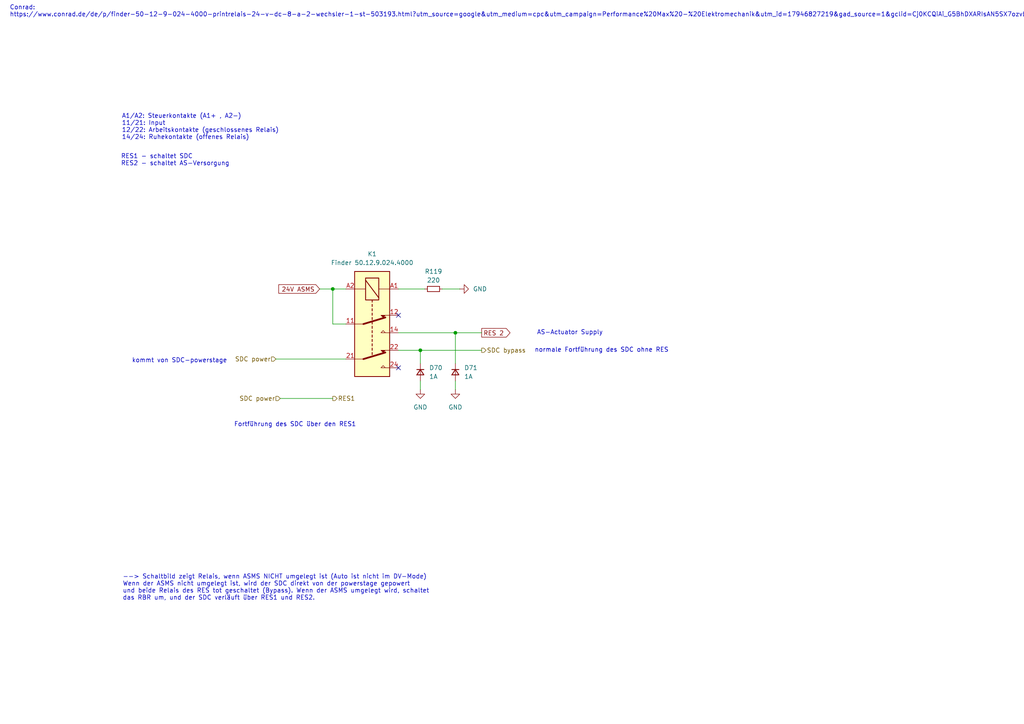
<source format=kicad_sch>
(kicad_sch (version 20231120) (generator "eeschema") (generator_version "8.0")
  (paper "A4")
  (title_block (title "PDU FT25") (date "2024-11-23") (rev "V1.1") (company "Janek Herm") (comment 1 "FaSTTUBe Electronics"))
  (lib_symbols
    (symbol "Device:D_Small" (pin_numbers hide) (pin_names (offset 0.254) hide)
      (property "Reference" "D" (at -1.27 2.032 0))
      (property "Value" "D_Small" (at -3.81 -2.032 0))
      (symbol "D_Small_0_1"
        (polyline (pts (xy -0.762 -1.016) (xy -0.762 1.016)) (stroke (width 0.254)))
        (polyline (pts (xy -0.762 0) (xy 0.762 0)))
        (polyline (pts (xy 0.762 -1.016) (xy -0.762 0) (xy 0.762 1.016) (xy 0.762 -1.016)) (stroke (width 0.254)))
      )
      (symbol "D_Small_1_1"
        (pin passive line (at -2.54 0 0) (length 1.778) (name "K") (number "1"))
        (pin passive line (at 2.54 0 180) (length 1.778) (name "A") (number "2"))
      )
    )
    (symbol "Device:R_Small" (pin_numbers hide) (pin_names (offset 0.254) hide)
      (property "Reference" "R" (at 0.762 0.508 0))
      (property "Value" "R_Small" (at 0.762 -1.016 0))
      (symbol "R_Small_0_1"
        (rectangle (start -0.762 1.778) (end 0.762 -1.778) (stroke (width 0.2032)))
      )
      (symbol "R_Small_1_1"
        (pin passive line (at 0 2.54 270) (length 0.762) (name "~") (number "1"))
        (pin passive line (at 0 -2.54 90) (length 0.762) (name "~") (number "2"))
      )
    )
    (symbol "Relay:Relay_DPDT"
      (property "Reference" "K" (at 16.51 3.81 0))
      (property "Value" "Relay_DPDT" (at 16.51 1.27 0))
      (symbol "Relay_DPDT_0_1"
        (rectangle (start -15.24 5.08) (end 15.24 -5.08) (stroke (width 0.254)) (fill (type background)))
        (rectangle (start -13.335 1.905) (end -6.985 -1.905) (stroke (width 0.254)))
        (polyline (pts (xy -12.7 -1.905) (xy -7.62 1.905)) (stroke (width 0.254)))
        (polyline (pts (xy -10.16 -5.08) (xy -10.16 -1.905)))
        (polyline (pts (xy -10.16 5.08) (xy -10.16 1.905)))
        (polyline (pts (xy -6.985 0) (xy -6.35 0)) (stroke (width 0.254)))
        (polyline (pts (xy -5.715 0) (xy -5.08 0)) (stroke (width 0.254)))
        (polyline (pts (xy -4.445 0) (xy -3.81 0)) (stroke (width 0.254)))
        (polyline (pts (xy -3.175 0) (xy -2.54 0)) (stroke (width 0.254)))
        (polyline (pts (xy -1.905 0) (xy -1.27 0)) (stroke (width 0.254)))
        (polyline (pts (xy -0.635 0) (xy 0 0)) (stroke (width 0.254)))
        (polyline (pts (xy 0 -2.54) (xy -1.905 3.81)) (stroke (width 0.508)))
        (polyline (pts (xy 0 -2.54) (xy 0 -5.08)))
        (polyline (pts (xy 0.635 0) (xy 1.27 0)) (stroke (width 0.254)))
        (polyline (pts (xy 1.905 0) (xy 2.54 0)) (stroke (width 0.254)))
        (polyline (pts (xy 3.175 0) (xy 3.81 0)) (stroke (width 0.254)))
        (polyline (pts (xy 4.445 0) (xy 5.08 0)) (stroke (width 0.254)))
        (polyline (pts (xy 5.715 0) (xy 6.35 0)) (stroke (width 0.254)))
        (polyline (pts (xy 6.985 0) (xy 7.62 0)) (stroke (width 0.254)))
        (polyline (pts (xy 8.255 0) (xy 8.89 0)) (stroke (width 0.254)))
        (polyline (pts (xy 10.16 -2.54) (xy 8.255 3.81)) (stroke (width 0.508)))
        (polyline (pts (xy 10.16 -2.54) (xy 10.16 -5.08)))
        (polyline (pts (xy -2.54 5.08) (xy -2.54 2.54) (xy -1.905 3.175) (xy -2.54 3.81)) (fill (type outline)))
        (polyline (pts (xy 2.54 5.08) (xy 2.54 2.54) (xy 1.905 3.175) (xy 2.54 3.81)))
        (polyline (pts (xy 7.62 5.08) (xy 7.62 2.54) (xy 8.255 3.175) (xy 7.62 3.81)) (fill (type outline)))
        (polyline (pts (xy 12.7 5.08) (xy 12.7 2.54) (xy 12.065 3.175) (xy 12.7 3.81)))
      )
      (symbol "Relay_DPDT_1_1"
        (pin passive line (at 0 -7.62 90) (length 2.54) (name "~") (number "11"))
        (pin passive line (at -2.54 7.62 270) (length 2.54) (name "~") (number "12"))
        (pin passive line (at 2.54 7.62 270) (length 2.54) (name "~") (number "14"))
        (pin passive line (at 10.16 -7.62 90) (length 2.54) (name "~") (number "21"))
        (pin passive line (at 7.62 7.62 270) (length 2.54) (name "~") (number "22"))
        (pin passive line (at 12.7 7.62 270) (length 2.54) (name "~") (number "24"))
        (pin passive line (at -10.16 7.62 270) (length 2.54) (name "~") (number "A1"))
        (pin passive line (at -10.16 -7.62 90) (length 2.54) (name "~") (number "A2"))
      )
    )
    (symbol "power:GND" (power) (pin_numbers hide) (pin_names (offset 0) hide)
      (property "Value" "GND" (at 0 -3.81 0))
      (symbol "GND_0_1"
        (polyline (pts (xy 0 0) (xy 0 -1.27) (xy 1.27 -1.27) (xy 0 -2.54) (xy -1.27 -1.27) (xy 0 -1.27)))
      )
      (symbol "GND_1_1"
        (pin power_in line (at 0 0 270) (length 0) (name "~") (number "1"))
      )
    )
  )
  (junction (at 121.92 101.6))
  (junction (at 96.52 83.82))
  (junction (at 132.08 96.52))
  (no_connect (at 115.57 91.44))
  (no_connect (at 115.57 106.68))
  (wire (pts (xy 132.08 96.52) (xy 139.7 96.52)))
  (wire (pts (xy 128.27 83.82) (xy 133.35 83.82)))
  (wire (pts (xy 132.08 96.52) (xy 132.08 105.41)))
  (wire (pts (xy 132.08 110.49) (xy 132.08 113.03)))
  (wire (pts (xy 80.01 104.14) (xy 100.33 104.14)))
  (wire (pts (xy 115.57 101.6) (xy 121.92 101.6)))
  (wire (pts (xy 115.57 83.82) (xy 123.19 83.82)))
  (wire (pts (xy 115.57 96.52) (xy 132.08 96.52)))
  (wire (pts (xy 121.92 101.6) (xy 139.7 101.6)))
  (wire (pts (xy 96.52 83.82) (xy 96.52 93.98)))
  (wire (pts (xy 121.92 101.6) (xy 121.92 105.41)))
  (wire (pts (xy 96.52 83.82) (xy 92.71 83.82)))
  (wire (pts (xy 96.52 93.98) (xy 100.33 93.98)))
  (wire (pts (xy 121.92 110.49) (xy 121.92 113.03)))
  (wire (pts (xy 100.33 83.82) (xy 96.52 83.82)))
  (wire (pts (xy 81.28 115.57) (xy 96.52 115.57)))
  (text "normale Fortführung des SDC ohne RES" (at 174.498 101.6 0) (effects (font (size 1.27 1.27) (thickness 0.1588))))
  (text "--> Schaltbild zeigt Relais, wenn ASMS NICHT umgelegt ist (Auto ist nicht im DV-Mode)\nWenn der ASMS nicht umgelegt ist, wird der SDC direkt von der powerstage gepowert\nund beide Relais des RES tot geschaltet (Bypass). Wenn der ASMS umgelegt wird, schaltet\ndas RBR um, und der SDC verläuft über RES1 und RES2." (at 35.56 170.434 0) (effects (font (size 1.27 1.27)) (justify left)))
  (text "Fortführung des SDC über den RES1" (at 85.598 123.19 0) (effects (font (size 1.27 1.27) (thickness 0.1588))))
  (text "RES1 - schaltet SDC\nRES2 - schaltet AS-Versorgung" (at 35.052 46.482 0) (effects (font (size 1.27 1.27)) (justify left)))
  (text "kommt von SDC-powerstage" (at 52.07 104.648 0) (effects (font (size 1.27 1.27))))
  (text "AS-Actuator Supply" (at 155.702 96.52 0) (effects (font (size 1.27 1.27)) (justify left)))
  (text "A1/A2: Steuerkontakte (A1+ , A2-)\n11/21: Input\n12/22: Arbeitskontakte (geschlossenes Relais)\n14/24: Ruhekontakte (offenes Relais)" (at 35.306 36.83 0) (effects (font (size 1.27 1.27)) (justify left)))
  (text "Conrad:\nhttps://www.conrad.de/de/p/finder-50-12-9-024-4000-printrelais-24-v-dc-8-a-2-wechsler-1-st-503193.html?utm_source=google&utm_medium=cpc&utm_campaign=Performance%20Max%20-%20Elektromechanik&utm_id=17946827219&gad_source=1&gclid=Cj0KCQiAi_G5BhDXARIsAN5SX7ozvbyzbNAUnu7ULPQTyRg7aDxVNaZ2DbTGICJ_7DeLlrEXfXyp2XEaApkXEALw_wcB" (at 2.794 3.302 0) (effects (font (size 1.27 1.27)) (justify left)))
  (global_label "RES 2" (shape output) (at 139.7 96.52 0) (property "Intersheetrefs" "${INTERSHEET_REFS}" (effects (hide yes))))
  (global_label "24V ASMS" (shape input) (at 92.71 83.82 180) (property "Intersheetrefs" "${INTERSHEET_REFS}" (effects (hide yes))))
  (hierarchical_label "SDC power" (shape input) (at 81.28 115.57 180))
  (hierarchical_label "SDC bypass" (shape output) (at 139.7 101.6 0))
  (hierarchical_label "RES1" (shape output) (at 96.52 115.57 0))
  (hierarchical_label "SDC power" (shape input) (at 80.01 104.14 180))
  (symbol (lib_id "Device:R_Small") (at 125.73 83.82 90) (unit 1)
    (property "Reference" "R119" (at 125.73 78.74 90))
    (property "Value" "220" (at 125.73 81.28 90))
    (property "Footprint" "Resistor_SMD:R_0603_1608Metric" (effects (hide yes)))
    (property "Description" "Resistor, small symbol" (effects (hide yes)))
  )
  (symbol (lib_id "Device:D_Small") (at 132.08 107.95 270) (unit 1)
    (property "Reference" "D71" (at 134.62 106.6799 90) (effects (justify left)))
    (property "Value" "1A" (at 134.62 109.2199 90) (effects (justify left)))
    (property "Footprint" "Diode_SMD:D_SOD-123F" (effects (hide yes)))
    (property "Datasheet" "https://www.mouser.de/datasheet/2/389/stpst1h100-3107187.pdf" (effects (hide yes)))
    (property "Description" "Diode, small symbol" (effects (hide yes)))
    (property "Sim.Device" "D" (effects (hide yes)))
    (property "Sim.Pins" "1=K 2=A" (effects (hide yes)))
  )
  (symbol (lib_id "Relay:Relay_DPDT") (at 107.95 93.98 270) (unit 1)
    (property "Reference" "K1" (at 107.95 73.66 90))
    (property "Value" "Finder 50.12.9.024.4000" (at 107.95 76.2 90))
    (property "Footprint" "Relay_THT:Relay_DPDT_Finder_40.52" (effects (hide yes)))
    (property "Datasheet" "https://asset.conrad.com/media10/add/160267/c1/-/de/000503193DS01/datenblatt-503193-finder-501290244000-printrelais-24-vdc-8-a-2-wechsler-1-st.pdf" (effects (hide yes)))
    (property "Description" "24 V/DC 8 A 2 Wechsler" (effects (hide yes)))
  )
  (symbol (lib_id "power:GND") (at 133.35 83.82 90) (unit 1)
    (property "Reference" "#PWR0178" (effects (hide yes)))
    (property "Value" "GND" (at 137.16 83.8199 90) (effects (justify right)))
    (property "Description" "Power symbol creates a global label with name \"GND\" , ground" (effects (hide yes)))
  )
  (symbol (lib_id "Device:D_Small") (at 121.92 107.95 270) (unit 1)
    (property "Reference" "D70" (at 124.46 106.6799 90) (effects (justify left)))
    (property "Value" "1A" (at 124.46 109.2199 90) (effects (justify left)))
    (property "Footprint" "Diode_SMD:D_SOD-123F" (effects (hide yes)))
    (property "Datasheet" "https://www.mouser.de/datasheet/2/389/stpst1h100-3107187.pdf" (effects (hide yes)))
    (property "Description" "Diode, small symbol" (effects (hide yes)))
    (property "Sim.Device" "D" (effects (hide yes)))
    (property "Sim.Pins" "1=K 2=A" (effects (hide yes)))
  )
  (symbol (lib_id "power:GND") (at 132.08 113.03 0) (unit 1)
    (property "Reference" "#PWR0202" (effects (hide yes)))
    (property "Value" "GND" (at 132.08 118.11 0))
    (property "Description" "Power symbol creates a global label with name \"GND\" , ground" (effects (hide yes)))
  )
  (symbol (lib_id "power:GND") (at 121.92 113.03 0) (unit 1)
    (property "Reference" "#PWR0201" (effects (hide yes)))
    (property "Value" "GND" (at 121.92 118.11 0))
    (property "Description" "Power symbol creates a global label with name \"GND\" , ground" (effects (hide yes)))
  )
)
</source>
